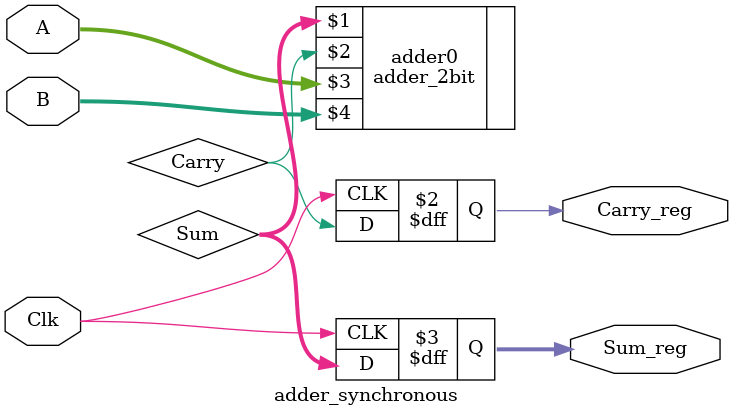
<source format=v>
`timescale 1ns / 1 ps

module adder_synchronous(Carry_reg, Sum_reg, Clk, A,B);
    
    output reg Carry_reg; // declare output variables
    output reg [1:0] Sum_reg;
    input wire Clk; // declare input variables
    input wire [1:0] A, B;
    
    reg [1:0] A_reg, B_reg; // declare reg for input variables
    wire Carry; // declare internal nets
    wire [1:0] Sum;
    
    adder_2bit adder0(Sum, Carry, A, B); //uses a 2-bit adder
    
    always@(posedge Clk) // on the pos edge of the clock it will store the values into a register
        begin
            A_reg <= A;
            B_reg <= B;
            
            Carry_reg <= Carry;
            Sum_reg <= Sum;
        end
        
endmodule
        
    
</source>
